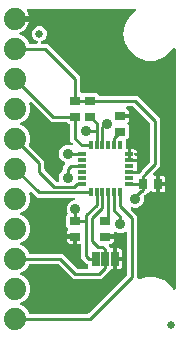
<source format=gbr>
G04 EAGLE Gerber RS-274X export*
G75*
%MOMM*%
%FSLAX34Y34*%
%LPD*%
%INTop Copper*%
%IPPOS*%
%AMOC8*
5,1,8,0,0,1.08239X$1,22.5*%
G01*
%ADD10R,0.800000X0.300000*%
%ADD11R,0.300000X0.800000*%
%ADD12R,0.900000X0.700000*%
%ADD13R,0.700000X0.900000*%
%ADD14C,1.879600*%
%ADD15R,0.635000X1.270000*%
%ADD16C,0.635000*%
%ADD17C,0.254000*%
%ADD18C,0.889000*%

G36*
X147158Y37141D02*
X147158Y37141D01*
X147303Y37150D01*
X147316Y37154D01*
X147329Y37155D01*
X147467Y37203D01*
X147605Y37248D01*
X147617Y37255D01*
X147630Y37259D01*
X147751Y37340D01*
X147874Y37418D01*
X147883Y37428D01*
X147895Y37435D01*
X147992Y37543D01*
X148092Y37649D01*
X148099Y37661D01*
X148108Y37671D01*
X148175Y37801D01*
X148246Y37928D01*
X148249Y37941D01*
X148255Y37953D01*
X148289Y38095D01*
X148325Y38236D01*
X148326Y38254D01*
X148328Y38263D01*
X148328Y38280D01*
X148335Y38397D01*
X148335Y241003D01*
X148317Y241148D01*
X148302Y241293D01*
X148297Y241306D01*
X148295Y241319D01*
X148242Y241454D01*
X148191Y241591D01*
X148183Y241602D01*
X148178Y241615D01*
X148093Y241732D01*
X148010Y241852D01*
X147999Y241861D01*
X147992Y241872D01*
X147880Y241965D01*
X147769Y242060D01*
X147757Y242066D01*
X147747Y242075D01*
X147615Y242137D01*
X147484Y242202D01*
X147471Y242205D01*
X147459Y242210D01*
X147317Y242238D01*
X147173Y242268D01*
X147160Y242268D01*
X147147Y242270D01*
X147002Y242261D01*
X146856Y242255D01*
X146842Y242251D01*
X146829Y242250D01*
X146691Y242206D01*
X146551Y242163D01*
X146539Y242156D01*
X146527Y242152D01*
X146404Y242075D01*
X146279Y241999D01*
X146269Y241989D01*
X146258Y241982D01*
X146158Y241876D01*
X146056Y241772D01*
X146046Y241757D01*
X146040Y241751D01*
X146032Y241736D01*
X145967Y241638D01*
X144585Y239245D01*
X138478Y234120D01*
X130986Y231393D01*
X123014Y231393D01*
X115522Y234120D01*
X109415Y239244D01*
X105429Y246149D01*
X104045Y254000D01*
X105429Y261851D01*
X109415Y268755D01*
X114585Y273094D01*
X114609Y273120D01*
X114638Y273140D01*
X114717Y273236D01*
X114801Y273327D01*
X114818Y273358D01*
X114841Y273385D01*
X114894Y273498D01*
X114953Y273607D01*
X114961Y273641D01*
X114976Y273673D01*
X114999Y273795D01*
X115030Y273915D01*
X115029Y273951D01*
X115036Y273986D01*
X115028Y274109D01*
X115027Y274233D01*
X115018Y274268D01*
X115016Y274303D01*
X114978Y274421D01*
X114946Y274541D01*
X114929Y274572D01*
X114918Y274605D01*
X114852Y274710D01*
X114791Y274819D01*
X114767Y274844D01*
X114748Y274874D01*
X114658Y274959D01*
X114572Y275049D01*
X114542Y275068D01*
X114516Y275092D01*
X114408Y275152D01*
X114303Y275218D01*
X114269Y275229D01*
X114238Y275246D01*
X114118Y275277D01*
X114000Y275314D01*
X113964Y275316D01*
X113930Y275325D01*
X113769Y275335D01*
X23674Y275335D01*
X23635Y275330D01*
X23595Y275333D01*
X23477Y275310D01*
X23359Y275295D01*
X23322Y275281D01*
X23283Y275273D01*
X23174Y275222D01*
X23063Y275178D01*
X23031Y275155D01*
X22995Y275138D01*
X22903Y275062D01*
X22806Y274992D01*
X22780Y274961D01*
X22750Y274936D01*
X22679Y274839D01*
X22603Y274747D01*
X22586Y274711D01*
X22562Y274678D01*
X22518Y274567D01*
X22467Y274459D01*
X22460Y274420D01*
X22445Y274383D01*
X22430Y274264D01*
X22408Y274147D01*
X22410Y274107D01*
X22405Y274067D01*
X22420Y273948D01*
X22427Y273829D01*
X22440Y273791D01*
X22445Y273752D01*
X22488Y273640D01*
X22525Y273527D01*
X22547Y273493D01*
X22561Y273456D01*
X22647Y273320D01*
X22911Y272957D01*
X23764Y271283D01*
X24345Y269496D01*
X24385Y269239D01*
X13970Y269239D01*
X13852Y269224D01*
X13733Y269217D01*
X13695Y269204D01*
X13655Y269199D01*
X13544Y269156D01*
X13431Y269119D01*
X13397Y269097D01*
X13359Y269082D01*
X13263Y269012D01*
X13162Y268949D01*
X13134Y268919D01*
X13102Y268895D01*
X13026Y268804D01*
X12944Y268717D01*
X12925Y268682D01*
X12899Y268651D01*
X12848Y268543D01*
X12791Y268439D01*
X12780Y268399D01*
X12763Y268363D01*
X12741Y268246D01*
X12711Y268131D01*
X12707Y268070D01*
X12703Y268050D01*
X12705Y268030D01*
X12701Y267970D01*
X12701Y265430D01*
X12716Y265312D01*
X12723Y265193D01*
X12736Y265155D01*
X12741Y265114D01*
X12785Y265004D01*
X12821Y264891D01*
X12843Y264856D01*
X12858Y264819D01*
X12928Y264723D01*
X12991Y264622D01*
X13021Y264594D01*
X13045Y264561D01*
X13136Y264486D01*
X13223Y264404D01*
X13258Y264384D01*
X13290Y264359D01*
X13397Y264308D01*
X13502Y264250D01*
X13541Y264240D01*
X13577Y264223D01*
X13694Y264201D01*
X13809Y264171D01*
X13870Y264167D01*
X13890Y264163D01*
X13910Y264165D01*
X13970Y264161D01*
X24385Y264161D01*
X24345Y263904D01*
X23764Y262117D01*
X22911Y260443D01*
X21806Y258922D01*
X20478Y257594D01*
X18957Y256489D01*
X17283Y255636D01*
X16818Y255485D01*
X16791Y255472D01*
X16762Y255465D01*
X16648Y255405D01*
X16530Y255350D01*
X16507Y255331D01*
X16481Y255317D01*
X16385Y255230D01*
X16285Y255147D01*
X16268Y255123D01*
X16246Y255103D01*
X16174Y254994D01*
X16098Y254890D01*
X16087Y254862D01*
X16071Y254837D01*
X16029Y254714D01*
X15981Y254594D01*
X15977Y254564D01*
X15968Y254536D01*
X15957Y254407D01*
X15941Y254279D01*
X15945Y254249D01*
X15942Y254219D01*
X15965Y254091D01*
X15981Y253963D01*
X15992Y253935D01*
X15997Y253906D01*
X16050Y253788D01*
X16098Y253667D01*
X16115Y253643D01*
X16127Y253616D01*
X16208Y253515D01*
X16284Y253410D01*
X16307Y253391D01*
X16326Y253367D01*
X16430Y253289D01*
X16529Y253207D01*
X16556Y253194D01*
X16580Y253176D01*
X16725Y253105D01*
X19750Y251852D01*
X23252Y248350D01*
X24059Y246402D01*
X24073Y246377D01*
X24083Y246349D01*
X24152Y246239D01*
X24216Y246126D01*
X24237Y246105D01*
X24253Y246080D01*
X24347Y245991D01*
X24438Y245898D01*
X24463Y245882D01*
X24484Y245862D01*
X24598Y245799D01*
X24709Y245731D01*
X24737Y245723D01*
X24763Y245708D01*
X24889Y245676D01*
X25013Y245638D01*
X25042Y245636D01*
X25071Y245629D01*
X25231Y245619D01*
X30610Y245619D01*
X30679Y245627D01*
X30749Y245626D01*
X30836Y245647D01*
X30925Y245659D01*
X30990Y245684D01*
X31058Y245701D01*
X31138Y245743D01*
X31221Y245776D01*
X31277Y245817D01*
X31339Y245849D01*
X31406Y245910D01*
X31478Y245962D01*
X31523Y246016D01*
X31575Y246063D01*
X31624Y246138D01*
X31681Y246207D01*
X31711Y246271D01*
X31749Y246329D01*
X31779Y246414D01*
X31817Y246495D01*
X31830Y246564D01*
X31853Y246630D01*
X31860Y246719D01*
X31877Y246807D01*
X31872Y246877D01*
X31878Y246947D01*
X31862Y247035D01*
X31857Y247125D01*
X31835Y247191D01*
X31823Y247260D01*
X31786Y247342D01*
X31759Y247427D01*
X31721Y247486D01*
X31693Y247550D01*
X31637Y247620D01*
X31589Y247696D01*
X31538Y247744D01*
X31494Y247798D01*
X31422Y247853D01*
X31357Y247914D01*
X31296Y247948D01*
X31240Y247990D01*
X31096Y248061D01*
X29495Y248724D01*
X27744Y250475D01*
X26796Y252762D01*
X26796Y255238D01*
X27744Y257525D01*
X29495Y259276D01*
X31782Y260224D01*
X34258Y260224D01*
X36545Y259276D01*
X38296Y257525D01*
X39244Y255238D01*
X39244Y252762D01*
X38296Y250475D01*
X36545Y248724D01*
X34944Y248061D01*
X34884Y248026D01*
X34819Y248000D01*
X34746Y247948D01*
X34668Y247903D01*
X34618Y247855D01*
X34562Y247814D01*
X34504Y247744D01*
X34440Y247682D01*
X34403Y247622D01*
X34359Y247569D01*
X34320Y247487D01*
X34274Y247411D01*
X34253Y247344D01*
X34223Y247281D01*
X34206Y247193D01*
X34180Y247107D01*
X34177Y247037D01*
X34163Y246968D01*
X34169Y246879D01*
X34165Y246789D01*
X34179Y246721D01*
X34183Y246651D01*
X34211Y246566D01*
X34229Y246478D01*
X34260Y246415D01*
X34281Y246349D01*
X34329Y246273D01*
X34369Y246192D01*
X34414Y246139D01*
X34451Y246080D01*
X34517Y246018D01*
X34575Y245950D01*
X34632Y245910D01*
X34683Y245862D01*
X34762Y245819D01*
X34835Y245767D01*
X34900Y245742D01*
X34962Y245708D01*
X35048Y245686D01*
X35133Y245654D01*
X35202Y245646D01*
X35269Y245629D01*
X35430Y245619D01*
X39889Y245619D01*
X67819Y217689D01*
X67819Y204818D01*
X67834Y204700D01*
X67841Y204581D01*
X67854Y204543D01*
X67859Y204502D01*
X67902Y204392D01*
X67939Y204279D01*
X67961Y204244D01*
X67976Y204207D01*
X68045Y204111D01*
X68109Y204010D01*
X68139Y203982D01*
X68162Y203949D01*
X68254Y203873D01*
X68341Y203792D01*
X68376Y203772D01*
X68407Y203747D01*
X68515Y203696D01*
X68619Y203638D01*
X68659Y203628D01*
X68695Y203611D01*
X68812Y203589D01*
X68927Y203559D01*
X68987Y203555D01*
X69007Y203551D01*
X69028Y203553D01*
X69088Y203549D01*
X69470Y203549D01*
X69495Y203538D01*
X69613Y203519D01*
X69729Y203493D01*
X69770Y203494D01*
X69809Y203488D01*
X69928Y203499D01*
X70047Y203503D01*
X70086Y203514D01*
X70126Y203518D01*
X70213Y203549D01*
X81963Y203549D01*
X83971Y201540D01*
X84049Y201480D01*
X84121Y201412D01*
X84174Y201383D01*
X84222Y201346D01*
X84313Y201306D01*
X84400Y201258D01*
X84459Y201243D01*
X84514Y201219D01*
X84612Y201204D01*
X84708Y201179D01*
X84808Y201173D01*
X84828Y201169D01*
X84841Y201171D01*
X84869Y201169D01*
X116089Y201169D01*
X135129Y182129D01*
X135129Y141721D01*
X132227Y138820D01*
X129615Y136207D01*
X129530Y136098D01*
X129441Y135991D01*
X129433Y135972D01*
X129420Y135956D01*
X129365Y135828D01*
X129306Y135703D01*
X129302Y135683D01*
X129294Y135664D01*
X129272Y135526D01*
X129246Y135390D01*
X129247Y135370D01*
X129244Y135350D01*
X129257Y135211D01*
X129266Y135073D01*
X129272Y135054D01*
X129274Y135034D01*
X129321Y134902D01*
X129364Y134771D01*
X129374Y134753D01*
X129381Y134734D01*
X129459Y134619D01*
X129534Y134502D01*
X129549Y134488D01*
X129560Y134471D01*
X129664Y134379D01*
X129765Y134284D01*
X129783Y134274D01*
X129798Y134261D01*
X129922Y134197D01*
X130044Y134130D01*
X130064Y134125D01*
X130082Y134116D01*
X130217Y134086D01*
X130352Y134051D01*
X130380Y134049D01*
X130392Y134046D01*
X130412Y134047D01*
X130513Y134041D01*
X131751Y134041D01*
X131751Y127480D01*
X131766Y127362D01*
X131773Y127243D01*
X131785Y127205D01*
X131791Y127165D01*
X131834Y127054D01*
X131850Y127006D01*
X131840Y126988D01*
X131830Y126949D01*
X131813Y126913D01*
X131791Y126796D01*
X131761Y126680D01*
X131757Y126620D01*
X131753Y126600D01*
X131755Y126580D01*
X131751Y126520D01*
X131751Y119959D01*
X129666Y119959D01*
X129019Y120132D01*
X128440Y120467D01*
X128257Y120650D01*
X128163Y120723D01*
X128073Y120802D01*
X128037Y120820D01*
X128005Y120845D01*
X127896Y120892D01*
X127790Y120947D01*
X127751Y120955D01*
X127714Y120971D01*
X127596Y120990D01*
X127480Y121016D01*
X127439Y121015D01*
X127399Y121021D01*
X127281Y121010D01*
X127162Y121007D01*
X127123Y120995D01*
X127083Y120991D01*
X126971Y120951D01*
X126856Y120918D01*
X126822Y120898D01*
X126784Y120884D01*
X126685Y120817D01*
X126583Y120757D01*
X126537Y120717D01*
X126520Y120705D01*
X126507Y120690D01*
X126462Y120650D01*
X125263Y119451D01*
X124815Y119451D01*
X124716Y119439D01*
X124617Y119436D01*
X124559Y119419D01*
X124499Y119411D01*
X124407Y119375D01*
X124312Y119347D01*
X124260Y119317D01*
X124203Y119294D01*
X124123Y119236D01*
X124038Y119186D01*
X123963Y119120D01*
X123946Y119108D01*
X123938Y119098D01*
X123917Y119080D01*
X122052Y117214D01*
X122034Y117191D01*
X122011Y117172D01*
X121937Y117066D01*
X121857Y116963D01*
X121845Y116936D01*
X121828Y116912D01*
X121782Y116791D01*
X121731Y116671D01*
X121726Y116642D01*
X121716Y116614D01*
X121701Y116486D01*
X121681Y116357D01*
X121684Y116328D01*
X121680Y116298D01*
X121699Y116170D01*
X121711Y116041D01*
X121721Y116013D01*
X121725Y115984D01*
X121777Y115831D01*
X121794Y115791D01*
X121794Y112809D01*
X120653Y110055D01*
X118545Y107947D01*
X115791Y106806D01*
X112809Y106806D01*
X111948Y107163D01*
X111880Y107182D01*
X111816Y107209D01*
X111728Y107223D01*
X111641Y107247D01*
X111571Y107248D01*
X111502Y107259D01*
X111413Y107251D01*
X111323Y107252D01*
X111255Y107236D01*
X111185Y107229D01*
X111101Y107199D01*
X111014Y107178D01*
X110952Y107145D01*
X110886Y107122D01*
X110812Y107071D01*
X110733Y107029D01*
X110681Y106982D01*
X110623Y106943D01*
X110564Y106876D01*
X110497Y106815D01*
X110459Y106757D01*
X110413Y106705D01*
X110372Y106625D01*
X110323Y106550D01*
X110300Y106483D01*
X110268Y106421D01*
X110248Y106334D01*
X110219Y106249D01*
X110214Y106179D01*
X110199Y106111D01*
X110201Y106021D01*
X110194Y105932D01*
X110206Y105863D01*
X110208Y105793D01*
X110233Y105707D01*
X110249Y105619D01*
X110277Y105555D01*
X110297Y105488D01*
X110342Y105410D01*
X110379Y105329D01*
X110423Y105274D01*
X110458Y105214D01*
X110565Y105093D01*
X110637Y105020D01*
X116079Y99579D01*
X116079Y47295D01*
X116081Y47273D01*
X116079Y47252D01*
X116101Y47116D01*
X116119Y46980D01*
X116127Y46959D01*
X116130Y46938D01*
X116185Y46811D01*
X116236Y46684D01*
X116248Y46666D01*
X116257Y46646D01*
X116342Y46538D01*
X116422Y46427D01*
X116439Y46413D01*
X116453Y46395D01*
X116562Y46312D01*
X116667Y46224D01*
X116687Y46214D01*
X116705Y46201D01*
X116831Y46147D01*
X116955Y46088D01*
X116977Y46084D01*
X116997Y46076D01*
X117133Y46054D01*
X117267Y46029D01*
X117289Y46030D01*
X117311Y46027D01*
X117448Y46040D01*
X117585Y46048D01*
X117606Y46055D01*
X117628Y46057D01*
X117782Y46103D01*
X123014Y48007D01*
X130986Y48007D01*
X138478Y45280D01*
X144585Y40156D01*
X145967Y37762D01*
X146055Y37646D01*
X146140Y37528D01*
X146151Y37519D01*
X146159Y37509D01*
X146273Y37418D01*
X146385Y37325D01*
X146398Y37319D01*
X146408Y37311D01*
X146542Y37251D01*
X146673Y37190D01*
X146686Y37187D01*
X146699Y37182D01*
X146843Y37157D01*
X146986Y37130D01*
X146999Y37131D01*
X147012Y37128D01*
X147158Y37141D01*
G37*
G36*
X73984Y17031D02*
X73984Y17031D01*
X74083Y17034D01*
X74141Y17051D01*
X74201Y17059D01*
X74293Y17095D01*
X74388Y17123D01*
X74440Y17153D01*
X74497Y17176D01*
X74577Y17234D01*
X74662Y17284D01*
X74737Y17350D01*
X74754Y17362D01*
X74762Y17372D01*
X74783Y17390D01*
X107070Y49677D01*
X107130Y49755D01*
X107198Y49828D01*
X107227Y49881D01*
X107264Y49928D01*
X107304Y50019D01*
X107352Y50106D01*
X107367Y50165D01*
X107391Y50220D01*
X107406Y50318D01*
X107431Y50414D01*
X107437Y50514D01*
X107441Y50534D01*
X107439Y50547D01*
X107441Y50575D01*
X107441Y85119D01*
X107435Y85168D01*
X107437Y85218D01*
X107415Y85325D01*
X107401Y85434D01*
X107383Y85481D01*
X107373Y85529D01*
X107325Y85628D01*
X107284Y85730D01*
X107255Y85770D01*
X107233Y85815D01*
X107162Y85898D01*
X107098Y85987D01*
X107059Y86019D01*
X107027Y86057D01*
X106937Y86120D01*
X106853Y86190D01*
X106808Y86211D01*
X106767Y86240D01*
X106664Y86279D01*
X106565Y86326D01*
X106516Y86335D01*
X106470Y86353D01*
X106360Y86365D01*
X106253Y86386D01*
X106203Y86382D01*
X106154Y86388D01*
X106045Y86373D01*
X105935Y86366D01*
X105888Y86350D01*
X105839Y86344D01*
X105686Y86291D01*
X103091Y85216D01*
X100109Y85216D01*
X97696Y86216D01*
X97648Y86229D01*
X97603Y86250D01*
X97495Y86271D01*
X97389Y86300D01*
X97339Y86301D01*
X97290Y86310D01*
X97181Y86303D01*
X97071Y86305D01*
X97023Y86293D01*
X96973Y86290D01*
X96869Y86257D01*
X96762Y86231D01*
X96718Y86208D01*
X96671Y86192D01*
X96578Y86134D01*
X96481Y86082D01*
X96444Y86049D01*
X96402Y86022D01*
X96327Y85942D01*
X96245Y85868D01*
X96218Y85827D01*
X96184Y85791D01*
X96131Y85694D01*
X96071Y85603D01*
X96054Y85556D01*
X96030Y85512D01*
X96003Y85406D01*
X95967Y85302D01*
X95963Y85252D01*
X95951Y85204D01*
X95941Y85043D01*
X95941Y84149D01*
X89380Y84149D01*
X89262Y84134D01*
X89143Y84127D01*
X89105Y84114D01*
X89065Y84109D01*
X88954Y84066D01*
X88841Y84029D01*
X88807Y84007D01*
X88769Y83992D01*
X88673Y83923D01*
X88572Y83859D01*
X88544Y83829D01*
X88512Y83806D01*
X88436Y83714D01*
X88354Y83627D01*
X88335Y83592D01*
X88309Y83561D01*
X88258Y83453D01*
X88201Y83349D01*
X88191Y83309D01*
X88173Y83273D01*
X88151Y83156D01*
X88121Y83041D01*
X88117Y82981D01*
X88114Y82961D01*
X88115Y82940D01*
X88111Y82880D01*
X88111Y81920D01*
X88126Y81802D01*
X88133Y81683D01*
X88146Y81645D01*
X88151Y81604D01*
X88195Y81494D01*
X88231Y81381D01*
X88253Y81346D01*
X88268Y81309D01*
X88338Y81212D01*
X88401Y81112D01*
X88431Y81084D01*
X88455Y81051D01*
X88546Y80975D01*
X88633Y80894D01*
X88668Y80874D01*
X88700Y80849D01*
X88807Y80798D01*
X88912Y80740D01*
X88951Y80730D01*
X88987Y80713D01*
X89104Y80691D01*
X89220Y80661D01*
X89280Y80657D01*
X89300Y80653D01*
X89320Y80655D01*
X89380Y80651D01*
X95941Y80651D01*
X95941Y78566D01*
X95768Y77919D01*
X95433Y77340D01*
X94960Y76867D01*
X94381Y76532D01*
X93734Y76359D01*
X92833Y76359D01*
X92695Y76342D01*
X92556Y76329D01*
X92537Y76322D01*
X92517Y76319D01*
X92388Y76268D01*
X92257Y76221D01*
X92240Y76210D01*
X92221Y76202D01*
X92109Y76121D01*
X91994Y76043D01*
X91980Y76027D01*
X91964Y76016D01*
X91875Y75908D01*
X91783Y75804D01*
X91774Y75786D01*
X91761Y75771D01*
X91702Y75645D01*
X91639Y75521D01*
X91634Y75501D01*
X91626Y75483D01*
X91600Y75347D01*
X91569Y75211D01*
X91570Y75190D01*
X91566Y75171D01*
X91575Y75032D01*
X91579Y74893D01*
X91584Y74873D01*
X91586Y74853D01*
X91628Y74721D01*
X91667Y74587D01*
X91677Y74570D01*
X91684Y74551D01*
X91758Y74433D01*
X91829Y74313D01*
X91847Y74292D01*
X91854Y74282D01*
X91869Y74268D01*
X91935Y74192D01*
X92321Y73807D01*
X92857Y73271D01*
X92935Y73210D01*
X93007Y73142D01*
X93061Y73113D01*
X93108Y73076D01*
X93199Y73036D01*
X93202Y73035D01*
X93474Y72762D01*
X93552Y72702D01*
X93624Y72634D01*
X93677Y72605D01*
X93725Y72568D01*
X93816Y72528D01*
X93903Y72480D01*
X93962Y72465D01*
X94017Y72441D01*
X94115Y72426D01*
X94211Y72401D01*
X94311Y72395D01*
X94331Y72391D01*
X94344Y72393D01*
X94372Y72391D01*
X95441Y72391D01*
X95441Y63818D01*
X95456Y63699D01*
X95464Y63581D01*
X95476Y63542D01*
X95481Y63502D01*
X95487Y63488D01*
X95481Y63458D01*
X95451Y63343D01*
X95448Y63283D01*
X95444Y63263D01*
X95445Y63242D01*
X95441Y63182D01*
X95441Y54609D01*
X94372Y54609D01*
X94273Y54597D01*
X94174Y54594D01*
X94116Y54577D01*
X94056Y54569D01*
X93964Y54533D01*
X93869Y54505D01*
X93817Y54475D01*
X93760Y54452D01*
X93680Y54394D01*
X93595Y54344D01*
X93520Y54278D01*
X93503Y54266D01*
X93495Y54256D01*
X93474Y54238D01*
X93208Y53972D01*
X93200Y53967D01*
X93143Y53944D01*
X93063Y53886D01*
X92978Y53836D01*
X92903Y53770D01*
X92886Y53758D01*
X92878Y53748D01*
X92857Y53730D01*
X85609Y46481D01*
X61711Y46481D01*
X49383Y58810D01*
X49305Y58870D01*
X49232Y58938D01*
X49179Y58967D01*
X49132Y59004D01*
X49041Y59044D01*
X48954Y59092D01*
X48895Y59107D01*
X48840Y59131D01*
X48742Y59146D01*
X48646Y59171D01*
X48546Y59177D01*
X48526Y59181D01*
X48513Y59179D01*
X48485Y59181D01*
X25231Y59181D01*
X25202Y59178D01*
X25173Y59180D01*
X25045Y59158D01*
X24916Y59141D01*
X24889Y59131D01*
X24859Y59126D01*
X24741Y59072D01*
X24620Y59024D01*
X24596Y59007D01*
X24569Y58995D01*
X24468Y58914D01*
X24363Y58838D01*
X24344Y58815D01*
X24321Y58796D01*
X24243Y58693D01*
X24160Y58593D01*
X24147Y58566D01*
X24130Y58542D01*
X24059Y58398D01*
X23252Y56450D01*
X19750Y52948D01*
X17395Y51973D01*
X17275Y51904D01*
X17152Y51839D01*
X17137Y51825D01*
X17119Y51815D01*
X17019Y51718D01*
X16916Y51625D01*
X16905Y51608D01*
X16891Y51594D01*
X16818Y51475D01*
X16742Y51359D01*
X16735Y51340D01*
X16724Y51323D01*
X16684Y51190D01*
X16638Y51058D01*
X16637Y51038D01*
X16631Y51019D01*
X16624Y50880D01*
X16613Y50741D01*
X16617Y50721D01*
X16616Y50701D01*
X16644Y50565D01*
X16668Y50428D01*
X16676Y50409D01*
X16680Y50390D01*
X16741Y50264D01*
X16798Y50138D01*
X16811Y50122D01*
X16820Y50104D01*
X16910Y49998D01*
X16997Y49890D01*
X17013Y49877D01*
X17026Y49862D01*
X17140Y49782D01*
X17251Y49698D01*
X17276Y49686D01*
X17286Y49679D01*
X17305Y49672D01*
X17395Y49627D01*
X19750Y48652D01*
X23252Y45150D01*
X25147Y40576D01*
X25147Y35624D01*
X23252Y31050D01*
X19750Y27548D01*
X17395Y26573D01*
X17275Y26504D01*
X17152Y26439D01*
X17137Y26425D01*
X17119Y26415D01*
X17019Y26318D01*
X16916Y26225D01*
X16905Y26208D01*
X16891Y26194D01*
X16818Y26075D01*
X16742Y25959D01*
X16735Y25940D01*
X16724Y25923D01*
X16684Y25790D01*
X16638Y25658D01*
X16637Y25638D01*
X16631Y25619D01*
X16624Y25480D01*
X16613Y25341D01*
X16617Y25321D01*
X16616Y25301D01*
X16644Y25165D01*
X16668Y25028D01*
X16676Y25009D01*
X16680Y24990D01*
X16741Y24864D01*
X16798Y24738D01*
X16811Y24722D01*
X16820Y24704D01*
X16910Y24598D01*
X16997Y24490D01*
X17013Y24477D01*
X17026Y24462D01*
X17140Y24382D01*
X17251Y24298D01*
X17276Y24286D01*
X17286Y24279D01*
X17305Y24272D01*
X17395Y24227D01*
X19750Y23252D01*
X23252Y19750D01*
X24059Y17802D01*
X24073Y17777D01*
X24083Y17749D01*
X24152Y17639D01*
X24216Y17526D01*
X24237Y17505D01*
X24253Y17480D01*
X24347Y17391D01*
X24438Y17298D01*
X24463Y17282D01*
X24484Y17262D01*
X24598Y17199D01*
X24709Y17131D01*
X24737Y17123D01*
X24763Y17108D01*
X24889Y17076D01*
X25013Y17038D01*
X25042Y17036D01*
X25071Y17029D01*
X25231Y17019D01*
X73885Y17019D01*
X73984Y17031D01*
G37*
G36*
X73397Y55134D02*
X73397Y55134D01*
X73516Y55141D01*
X73554Y55154D01*
X73595Y55159D01*
X73705Y55202D01*
X73818Y55239D01*
X73853Y55261D01*
X73890Y55276D01*
X73986Y55345D01*
X74087Y55409D01*
X74115Y55439D01*
X74148Y55462D01*
X74224Y55554D01*
X74305Y55641D01*
X74325Y55676D01*
X74350Y55707D01*
X74401Y55815D01*
X74459Y55919D01*
X74469Y55959D01*
X74486Y55995D01*
X74508Y56112D01*
X74538Y56227D01*
X74542Y56287D01*
X74546Y56307D01*
X74544Y56328D01*
X74548Y56388D01*
X74548Y57912D01*
X74533Y58030D01*
X74526Y58149D01*
X74513Y58187D01*
X74508Y58228D01*
X74465Y58338D01*
X74428Y58451D01*
X74406Y58486D01*
X74391Y58523D01*
X74322Y58619D01*
X74258Y58720D01*
X74228Y58748D01*
X74205Y58781D01*
X74113Y58857D01*
X74026Y58938D01*
X73991Y58958D01*
X73960Y58983D01*
X73852Y59034D01*
X73748Y59092D01*
X73708Y59102D01*
X73672Y59119D01*
X73555Y59141D01*
X73440Y59171D01*
X73380Y59175D01*
X73360Y59179D01*
X73339Y59177D01*
X73279Y59181D01*
X73141Y59181D01*
X68071Y64251D01*
X68071Y75090D01*
X68056Y75208D01*
X68049Y75327D01*
X68036Y75365D01*
X68031Y75406D01*
X67988Y75516D01*
X67951Y75629D01*
X67929Y75664D01*
X67914Y75701D01*
X67845Y75797D01*
X67781Y75898D01*
X67751Y75926D01*
X67728Y75959D01*
X67636Y76035D01*
X67549Y76116D01*
X67514Y76136D01*
X67483Y76161D01*
X67375Y76212D01*
X67271Y76270D01*
X67231Y76280D01*
X67195Y76297D01*
X67078Y76319D01*
X66963Y76349D01*
X66903Y76353D01*
X66883Y76357D01*
X66862Y76355D01*
X66802Y76359D01*
X65249Y76359D01*
X65249Y81920D01*
X65234Y82038D01*
X65227Y82157D01*
X65214Y82195D01*
X65209Y82235D01*
X65166Y82346D01*
X65129Y82459D01*
X65107Y82493D01*
X65092Y82531D01*
X65023Y82627D01*
X64959Y82728D01*
X64929Y82756D01*
X64906Y82788D01*
X64814Y82864D01*
X64727Y82946D01*
X64692Y82965D01*
X64661Y82991D01*
X64553Y83042D01*
X64449Y83099D01*
X64409Y83109D01*
X64373Y83127D01*
X64256Y83149D01*
X64254Y83155D01*
X64249Y83196D01*
X64205Y83306D01*
X64169Y83419D01*
X64147Y83454D01*
X64132Y83491D01*
X64062Y83587D01*
X63999Y83688D01*
X63969Y83716D01*
X63945Y83749D01*
X63854Y83825D01*
X63767Y83906D01*
X63732Y83926D01*
X63700Y83951D01*
X63593Y84002D01*
X63488Y84060D01*
X63449Y84070D01*
X63413Y84087D01*
X63296Y84109D01*
X63180Y84139D01*
X63120Y84143D01*
X63100Y84147D01*
X63080Y84145D01*
X63020Y84149D01*
X56459Y84149D01*
X56459Y86234D01*
X56632Y86881D01*
X56967Y87460D01*
X57150Y87643D01*
X57223Y87737D01*
X57302Y87827D01*
X57320Y87863D01*
X57345Y87895D01*
X57392Y88004D01*
X57447Y88110D01*
X57455Y88149D01*
X57471Y88186D01*
X57490Y88304D01*
X57516Y88420D01*
X57515Y88461D01*
X57521Y88501D01*
X57510Y88619D01*
X57507Y88738D01*
X57495Y88777D01*
X57491Y88817D01*
X57451Y88929D01*
X57418Y89044D01*
X57398Y89078D01*
X57384Y89116D01*
X57317Y89215D01*
X57257Y89317D01*
X57217Y89363D01*
X57205Y89380D01*
X57190Y89393D01*
X57150Y89438D01*
X55951Y90637D01*
X55951Y100163D01*
X56491Y100702D01*
X56509Y100726D01*
X56531Y100745D01*
X56606Y100851D01*
X56686Y100954D01*
X56697Y100981D01*
X56714Y101005D01*
X56760Y101126D01*
X56812Y101245D01*
X56817Y101275D01*
X56827Y101302D01*
X56842Y101431D01*
X56862Y101560D01*
X56859Y101589D01*
X56862Y101618D01*
X56844Y101747D01*
X56832Y101876D01*
X56822Y101904D01*
X56818Y101933D01*
X56766Y102086D01*
X56006Y103919D01*
X56006Y106901D01*
X57147Y109655D01*
X59255Y111763D01*
X62096Y112939D01*
X62156Y112974D01*
X62221Y113000D01*
X62294Y113052D01*
X62372Y113097D01*
X62422Y113146D01*
X62478Y113186D01*
X62536Y113256D01*
X62600Y113318D01*
X62637Y113378D01*
X62681Y113431D01*
X62719Y113513D01*
X62766Y113589D01*
X62787Y113656D01*
X62817Y113719D01*
X62834Y113807D01*
X62860Y113893D01*
X62863Y113963D01*
X62876Y114032D01*
X62871Y114121D01*
X62875Y114211D01*
X62861Y114279D01*
X62857Y114349D01*
X62829Y114434D01*
X62811Y114522D01*
X62780Y114585D01*
X62759Y114651D01*
X62711Y114727D01*
X62671Y114808D01*
X62626Y114861D01*
X62589Y114920D01*
X62523Y114982D01*
X62465Y115050D01*
X62408Y115090D01*
X62357Y115138D01*
X62278Y115181D01*
X62205Y115233D01*
X62139Y115258D01*
X62078Y115292D01*
X61992Y115314D01*
X61907Y115346D01*
X61838Y115354D01*
X61770Y115371D01*
X61610Y115381D01*
X30911Y115381D01*
X26569Y119724D01*
X26514Y119766D01*
X26465Y119816D01*
X26389Y119863D01*
X26318Y119919D01*
X26253Y119946D01*
X26194Y119983D01*
X26108Y120009D01*
X26026Y120045D01*
X25957Y120056D01*
X25890Y120076D01*
X25801Y120081D01*
X25712Y120095D01*
X25642Y120088D01*
X25572Y120091D01*
X25485Y120073D01*
X25395Y120065D01*
X25329Y120041D01*
X25261Y120027D01*
X25180Y119988D01*
X25096Y119957D01*
X25038Y119918D01*
X24975Y119887D01*
X24907Y119829D01*
X24833Y119779D01*
X24786Y119726D01*
X24733Y119681D01*
X24682Y119608D01*
X24622Y119540D01*
X24590Y119478D01*
X24550Y119421D01*
X24518Y119337D01*
X24477Y119257D01*
X24462Y119189D01*
X24437Y119124D01*
X24427Y119034D01*
X24408Y118947D01*
X24410Y118877D01*
X24402Y118808D01*
X24415Y118719D01*
X24417Y118629D01*
X24437Y118562D01*
X24447Y118493D01*
X24499Y118340D01*
X25147Y116776D01*
X25147Y111824D01*
X23252Y107250D01*
X19750Y103748D01*
X17395Y102773D01*
X17275Y102704D01*
X17152Y102639D01*
X17137Y102625D01*
X17119Y102615D01*
X17019Y102518D01*
X16916Y102425D01*
X16905Y102408D01*
X16891Y102394D01*
X16818Y102275D01*
X16742Y102159D01*
X16735Y102140D01*
X16724Y102123D01*
X16684Y101990D01*
X16638Y101858D01*
X16637Y101838D01*
X16631Y101819D01*
X16624Y101680D01*
X16613Y101541D01*
X16617Y101521D01*
X16616Y101501D01*
X16644Y101365D01*
X16668Y101228D01*
X16676Y101209D01*
X16680Y101190D01*
X16741Y101064D01*
X16798Y100938D01*
X16811Y100922D01*
X16820Y100904D01*
X16910Y100798D01*
X16997Y100690D01*
X17013Y100677D01*
X17026Y100662D01*
X17140Y100582D01*
X17251Y100498D01*
X17276Y100486D01*
X17286Y100479D01*
X17305Y100472D01*
X17395Y100427D01*
X19750Y99452D01*
X23252Y95950D01*
X25147Y91376D01*
X25147Y86424D01*
X23252Y81850D01*
X19750Y78348D01*
X17395Y77373D01*
X17275Y77304D01*
X17152Y77239D01*
X17137Y77225D01*
X17119Y77215D01*
X17019Y77118D01*
X16916Y77025D01*
X16905Y77008D01*
X16891Y76994D01*
X16818Y76875D01*
X16742Y76759D01*
X16735Y76740D01*
X16724Y76723D01*
X16684Y76590D01*
X16638Y76458D01*
X16637Y76438D01*
X16631Y76419D01*
X16624Y76280D01*
X16613Y76141D01*
X16617Y76121D01*
X16616Y76101D01*
X16644Y75965D01*
X16668Y75828D01*
X16676Y75809D01*
X16680Y75790D01*
X16741Y75664D01*
X16798Y75538D01*
X16811Y75522D01*
X16820Y75504D01*
X16910Y75398D01*
X16997Y75290D01*
X17013Y75277D01*
X17026Y75262D01*
X17140Y75182D01*
X17251Y75098D01*
X17276Y75086D01*
X17286Y75079D01*
X17305Y75072D01*
X17395Y75027D01*
X19750Y74052D01*
X23252Y70550D01*
X24059Y68602D01*
X24073Y68577D01*
X24083Y68549D01*
X24152Y68439D01*
X24216Y68326D01*
X24237Y68305D01*
X24253Y68280D01*
X24347Y68191D01*
X24438Y68098D01*
X24463Y68082D01*
X24484Y68062D01*
X24598Y67999D01*
X24709Y67931D01*
X24737Y67923D01*
X24763Y67908D01*
X24889Y67876D01*
X25013Y67838D01*
X25042Y67836D01*
X25071Y67829D01*
X25231Y67819D01*
X52589Y67819D01*
X64917Y55490D01*
X64995Y55430D01*
X65068Y55362D01*
X65121Y55333D01*
X65168Y55296D01*
X65259Y55256D01*
X65346Y55208D01*
X65405Y55193D01*
X65460Y55169D01*
X65558Y55154D01*
X65654Y55129D01*
X65754Y55123D01*
X65774Y55119D01*
X65787Y55121D01*
X65815Y55119D01*
X73279Y55119D01*
X73397Y55134D01*
G37*
G36*
X48661Y128785D02*
X48661Y128785D01*
X48711Y128783D01*
X48818Y128805D01*
X48927Y128819D01*
X48974Y128837D01*
X49022Y128847D01*
X49121Y128895D01*
X49223Y128936D01*
X49263Y128965D01*
X49308Y128987D01*
X49392Y129058D01*
X49480Y129122D01*
X49512Y129161D01*
X49550Y129193D01*
X49613Y129283D01*
X49683Y129367D01*
X49704Y129412D01*
X49733Y129453D01*
X49772Y129556D01*
X49819Y129655D01*
X49828Y129704D01*
X49846Y129750D01*
X49858Y129860D01*
X49879Y129967D01*
X49876Y130017D01*
X49881Y130066D01*
X49866Y130175D01*
X49859Y130285D01*
X49844Y130332D01*
X49837Y130381D01*
X49785Y130534D01*
X49656Y130843D01*
X49656Y133825D01*
X50797Y136579D01*
X52460Y138241D01*
X52520Y138320D01*
X52588Y138392D01*
X52617Y138445D01*
X52654Y138493D01*
X52694Y138583D01*
X52742Y138670D01*
X52757Y138729D01*
X52781Y138784D01*
X52796Y138882D01*
X52821Y138978D01*
X52827Y139078D01*
X52831Y139098D01*
X52829Y139111D01*
X52831Y139139D01*
X52831Y141489D01*
X54733Y143390D01*
X54763Y143430D01*
X54800Y143463D01*
X54860Y143555D01*
X54928Y143642D01*
X54948Y143687D01*
X54975Y143729D01*
X55011Y143833D01*
X55054Y143934D01*
X55062Y143983D01*
X55078Y144030D01*
X55087Y144139D01*
X55104Y144248D01*
X55099Y144297D01*
X55103Y144347D01*
X55085Y144455D01*
X55074Y144564D01*
X55057Y144611D01*
X55049Y144660D01*
X55004Y144760D01*
X54967Y144864D01*
X54939Y144905D01*
X54918Y144950D01*
X54850Y145036D01*
X54788Y145127D01*
X54751Y145160D01*
X54720Y145198D01*
X54632Y145264D01*
X54550Y145337D01*
X54505Y145360D01*
X54466Y145390D01*
X54321Y145461D01*
X52905Y146047D01*
X50797Y148155D01*
X49656Y150909D01*
X49656Y153891D01*
X50797Y156645D01*
X52905Y158753D01*
X55659Y159894D01*
X58641Y159894D01*
X59502Y159537D01*
X59569Y159518D01*
X59634Y159491D01*
X59722Y159477D01*
X59809Y159453D01*
X59879Y159452D01*
X59948Y159441D01*
X60037Y159449D01*
X60127Y159448D01*
X60195Y159464D01*
X60264Y159471D01*
X60349Y159501D01*
X60436Y159522D01*
X60498Y159555D01*
X60564Y159578D01*
X60638Y159629D01*
X60717Y159671D01*
X60769Y159718D01*
X60827Y159757D01*
X60886Y159824D01*
X60953Y159885D01*
X60991Y159943D01*
X61037Y159995D01*
X61078Y160075D01*
X61127Y160150D01*
X61150Y160216D01*
X61182Y160279D01*
X61201Y160366D01*
X61231Y160451D01*
X61236Y160521D01*
X61251Y160589D01*
X61249Y160679D01*
X61256Y160768D01*
X61244Y160837D01*
X61242Y160907D01*
X61217Y160993D01*
X61201Y161082D01*
X61173Y161145D01*
X61153Y161212D01*
X61108Y161290D01*
X61071Y161372D01*
X61027Y161426D01*
X60992Y161486D01*
X60885Y161607D01*
X59181Y163311D01*
X59181Y176182D01*
X59166Y176300D01*
X59159Y176419D01*
X59146Y176457D01*
X59141Y176498D01*
X59098Y176608D01*
X59061Y176721D01*
X59039Y176756D01*
X59024Y176793D01*
X58955Y176889D01*
X58891Y176990D01*
X58861Y177018D01*
X58838Y177051D01*
X58746Y177127D01*
X58659Y177208D01*
X58624Y177228D01*
X58593Y177253D01*
X58485Y177304D01*
X58381Y177362D01*
X58341Y177372D01*
X58305Y177389D01*
X58188Y177411D01*
X58073Y177441D01*
X58013Y177445D01*
X57993Y177449D01*
X57972Y177447D01*
X57912Y177451D01*
X57737Y177451D01*
X55879Y179310D01*
X55801Y179370D01*
X55729Y179438D01*
X55676Y179467D01*
X55628Y179504D01*
X55537Y179544D01*
X55450Y179592D01*
X55392Y179607D01*
X55336Y179631D01*
X55238Y179646D01*
X55142Y179671D01*
X55042Y179677D01*
X55022Y179681D01*
X55009Y179679D01*
X54981Y179681D01*
X42811Y179681D01*
X26569Y195924D01*
X26514Y195966D01*
X26465Y196017D01*
X26389Y196063D01*
X26318Y196119D01*
X26253Y196146D01*
X26194Y196183D01*
X26108Y196209D01*
X26026Y196245D01*
X25957Y196256D01*
X25890Y196276D01*
X25801Y196281D01*
X25712Y196295D01*
X25642Y196288D01*
X25572Y196291D01*
X25485Y196273D01*
X25395Y196265D01*
X25329Y196241D01*
X25261Y196227D01*
X25180Y196188D01*
X25096Y196157D01*
X25038Y196118D01*
X24975Y196087D01*
X24907Y196029D01*
X24833Y195979D01*
X24786Y195926D01*
X24733Y195881D01*
X24682Y195808D01*
X24622Y195740D01*
X24590Y195678D01*
X24550Y195621D01*
X24518Y195537D01*
X24477Y195457D01*
X24462Y195389D01*
X24437Y195324D01*
X24427Y195234D01*
X24408Y195147D01*
X24410Y195077D01*
X24402Y195008D01*
X24415Y194919D01*
X24417Y194829D01*
X24437Y194762D01*
X24447Y194693D01*
X24499Y194540D01*
X25147Y192976D01*
X25147Y188024D01*
X23252Y183450D01*
X19750Y179948D01*
X17395Y178973D01*
X17275Y178904D01*
X17152Y178839D01*
X17137Y178825D01*
X17119Y178815D01*
X17019Y178718D01*
X16916Y178625D01*
X16905Y178608D01*
X16891Y178594D01*
X16818Y178475D01*
X16742Y178359D01*
X16735Y178340D01*
X16724Y178323D01*
X16683Y178190D01*
X16638Y178058D01*
X16637Y178038D01*
X16631Y178019D01*
X16624Y177880D01*
X16613Y177741D01*
X16617Y177721D01*
X16616Y177701D01*
X16644Y177565D01*
X16668Y177428D01*
X16676Y177409D01*
X16680Y177390D01*
X16741Y177264D01*
X16798Y177138D01*
X16811Y177122D01*
X16820Y177104D01*
X16910Y176998D01*
X16997Y176890D01*
X17013Y176877D01*
X17026Y176862D01*
X17140Y176782D01*
X17251Y176698D01*
X17276Y176686D01*
X17286Y176679D01*
X17305Y176672D01*
X17395Y176627D01*
X19751Y175652D01*
X23252Y172150D01*
X25147Y167576D01*
X25147Y162624D01*
X24340Y160676D01*
X24332Y160647D01*
X24319Y160621D01*
X24290Y160495D01*
X24256Y160369D01*
X24255Y160340D01*
X24249Y160311D01*
X24253Y160181D01*
X24251Y160051D01*
X24258Y160023D01*
X24259Y159993D01*
X24295Y159868D01*
X24325Y159742D01*
X24339Y159716D01*
X24347Y159688D01*
X24413Y159576D01*
X24474Y159461D01*
X24494Y159439D01*
X24508Y159414D01*
X24615Y159293D01*
X37339Y146569D01*
X37339Y139475D01*
X37351Y139376D01*
X37354Y139277D01*
X37371Y139219D01*
X37379Y139159D01*
X37415Y139067D01*
X37443Y138972D01*
X37473Y138920D01*
X37496Y138863D01*
X37554Y138783D01*
X37604Y138698D01*
X37670Y138623D01*
X37682Y138606D01*
X37692Y138598D01*
X37710Y138577D01*
X47137Y129150D01*
X47215Y129090D01*
X47288Y129022D01*
X47341Y128993D01*
X47388Y128956D01*
X47479Y128916D01*
X47566Y128868D01*
X47625Y128853D01*
X47680Y128829D01*
X47778Y128814D01*
X47874Y128789D01*
X47974Y128783D01*
X47994Y128779D01*
X48007Y128781D01*
X48035Y128779D01*
X48612Y128779D01*
X48661Y128785D01*
G37*
G36*
X116768Y136055D02*
X116768Y136055D01*
X116907Y136059D01*
X116927Y136064D01*
X116947Y136066D01*
X117079Y136108D01*
X117213Y136147D01*
X117230Y136157D01*
X117249Y136164D01*
X117367Y136238D01*
X117487Y136309D01*
X117508Y136327D01*
X117518Y136334D01*
X117532Y136349D01*
X117607Y136415D01*
X118499Y137307D01*
X118500Y137307D01*
X126120Y144927D01*
X126180Y145005D01*
X126248Y145078D01*
X126277Y145131D01*
X126314Y145178D01*
X126354Y145269D01*
X126402Y145356D01*
X126417Y145415D01*
X126441Y145470D01*
X126456Y145568D01*
X126481Y145664D01*
X126487Y145764D01*
X126491Y145784D01*
X126489Y145797D01*
X126491Y145825D01*
X126491Y178025D01*
X126479Y178124D01*
X126476Y178223D01*
X126459Y178281D01*
X126451Y178341D01*
X126415Y178433D01*
X126387Y178528D01*
X126357Y178580D01*
X126334Y178637D01*
X126276Y178717D01*
X126226Y178802D01*
X126160Y178877D01*
X126148Y178894D01*
X126138Y178902D01*
X126120Y178923D01*
X112883Y192160D01*
X112805Y192220D01*
X112732Y192288D01*
X112679Y192317D01*
X112632Y192354D01*
X112541Y192394D01*
X112454Y192442D01*
X112395Y192457D01*
X112340Y192481D01*
X112242Y192496D01*
X112146Y192521D01*
X112046Y192527D01*
X112026Y192531D01*
X112013Y192529D01*
X111985Y192531D01*
X107724Y192531D01*
X107579Y192513D01*
X107434Y192498D01*
X107421Y192493D01*
X107408Y192491D01*
X107273Y192438D01*
X107136Y192387D01*
X107125Y192379D01*
X107112Y192374D01*
X106994Y192289D01*
X106875Y192206D01*
X106866Y192196D01*
X106855Y192188D01*
X106762Y192075D01*
X106667Y191965D01*
X106661Y191953D01*
X106652Y191943D01*
X106590Y191810D01*
X106525Y191680D01*
X106522Y191667D01*
X106517Y191655D01*
X106489Y191512D01*
X106459Y191369D01*
X106459Y191356D01*
X106457Y191343D01*
X106466Y191197D01*
X106472Y191051D01*
X106476Y191039D01*
X106477Y191025D01*
X106521Y190887D01*
X106563Y190747D01*
X106570Y190735D01*
X106575Y190723D01*
X106653Y190600D01*
X106728Y190475D01*
X106737Y190465D01*
X106745Y190454D01*
X106852Y190353D01*
X106955Y190252D01*
X106970Y190242D01*
X106976Y190236D01*
X106991Y190228D01*
X107089Y190163D01*
X107660Y189833D01*
X108133Y189360D01*
X108468Y188781D01*
X108641Y188134D01*
X108641Y186049D01*
X102080Y186049D01*
X101962Y186034D01*
X101843Y186027D01*
X101805Y186014D01*
X101765Y186009D01*
X101654Y185966D01*
X101541Y185929D01*
X101507Y185907D01*
X101469Y185892D01*
X101373Y185823D01*
X101272Y185759D01*
X101244Y185729D01*
X101212Y185706D01*
X101136Y185614D01*
X101054Y185527D01*
X101035Y185492D01*
X101009Y185461D01*
X100958Y185353D01*
X100901Y185249D01*
X100891Y185209D01*
X100873Y185173D01*
X100851Y185056D01*
X100821Y184941D01*
X100817Y184881D01*
X100814Y184861D01*
X100815Y184840D01*
X100811Y184780D01*
X100811Y183820D01*
X100826Y183702D01*
X100833Y183583D01*
X100846Y183545D01*
X100851Y183504D01*
X100895Y183394D01*
X100931Y183281D01*
X100953Y183246D01*
X100968Y183209D01*
X101038Y183112D01*
X101101Y183012D01*
X101131Y182984D01*
X101155Y182951D01*
X101246Y182875D01*
X101333Y182794D01*
X101368Y182774D01*
X101400Y182749D01*
X101507Y182698D01*
X101612Y182640D01*
X101651Y182630D01*
X101687Y182613D01*
X101804Y182591D01*
X101920Y182561D01*
X101980Y182557D01*
X102000Y182553D01*
X102020Y182555D01*
X102080Y182551D01*
X108641Y182551D01*
X108641Y180466D01*
X108468Y179819D01*
X108133Y179240D01*
X107950Y179057D01*
X107877Y178963D01*
X107798Y178873D01*
X107780Y178837D01*
X107755Y178805D01*
X107708Y178696D01*
X107653Y178590D01*
X107645Y178551D01*
X107629Y178514D01*
X107610Y178396D01*
X107584Y178280D01*
X107585Y178239D01*
X107579Y178199D01*
X107590Y178081D01*
X107593Y177962D01*
X107605Y177923D01*
X107609Y177883D01*
X107649Y177771D01*
X107682Y177656D01*
X107702Y177622D01*
X107716Y177584D01*
X107783Y177485D01*
X107843Y177383D01*
X107883Y177337D01*
X107895Y177320D01*
X107910Y177307D01*
X107950Y177262D01*
X109149Y176063D01*
X109149Y166537D01*
X107363Y164751D01*
X107218Y164751D01*
X107100Y164736D01*
X106981Y164729D01*
X106943Y164716D01*
X106902Y164711D01*
X106792Y164668D01*
X106679Y164631D01*
X106644Y164609D01*
X106607Y164594D01*
X106511Y164525D01*
X106410Y164461D01*
X106382Y164431D01*
X106349Y164408D01*
X106273Y164316D01*
X106192Y164229D01*
X106172Y164194D01*
X106147Y164163D01*
X106096Y164055D01*
X106038Y163951D01*
X106028Y163911D01*
X106011Y163875D01*
X105989Y163758D01*
X105959Y163643D01*
X105955Y163583D01*
X105951Y163563D01*
X105953Y163542D01*
X105949Y163482D01*
X105949Y157510D01*
X105964Y157392D01*
X105971Y157273D01*
X105984Y157235D01*
X105989Y157194D01*
X106032Y157084D01*
X106069Y156971D01*
X106091Y156936D01*
X106106Y156899D01*
X106175Y156803D01*
X106239Y156702D01*
X106269Y156674D01*
X106292Y156641D01*
X106384Y156565D01*
X106471Y156484D01*
X106506Y156464D01*
X106537Y156439D01*
X106645Y156388D01*
X106749Y156330D01*
X106789Y156320D01*
X106825Y156303D01*
X106942Y156281D01*
X107057Y156251D01*
X107117Y156247D01*
X107137Y156243D01*
X107158Y156245D01*
X107218Y156241D01*
X107631Y156241D01*
X107631Y152200D01*
X107631Y148018D01*
X107646Y147900D01*
X107653Y147781D01*
X107665Y147743D01*
X107670Y147702D01*
X107714Y147592D01*
X107751Y147479D01*
X107773Y147444D01*
X107787Y147407D01*
X107857Y147311D01*
X107921Y147210D01*
X107951Y147182D01*
X107974Y147149D01*
X108066Y147073D01*
X108153Y146992D01*
X108188Y146972D01*
X108219Y146947D01*
X108327Y146896D01*
X108431Y146838D01*
X108470Y146828D01*
X108507Y146811D01*
X108624Y146789D01*
X108739Y146759D01*
X108799Y146755D01*
X108819Y146751D01*
X108820Y146751D01*
X108840Y146753D01*
X108900Y146749D01*
X109018Y146764D01*
X109137Y146771D01*
X109175Y146784D01*
X109216Y146789D01*
X109326Y146832D01*
X109440Y146869D01*
X109474Y146891D01*
X109511Y146906D01*
X109608Y146975D01*
X109708Y147039D01*
X109736Y147069D01*
X109769Y147092D01*
X109845Y147184D01*
X109926Y147271D01*
X109946Y147306D01*
X109972Y147337D01*
X110022Y147445D01*
X110080Y147549D01*
X110090Y147589D01*
X110107Y147625D01*
X110129Y147742D01*
X110159Y147857D01*
X110163Y147917D01*
X110167Y147937D01*
X110166Y147958D01*
X110169Y148018D01*
X110169Y152200D01*
X110169Y156241D01*
X113234Y156241D01*
X113881Y156068D01*
X114460Y155733D01*
X114933Y155260D01*
X115268Y154681D01*
X115441Y154034D01*
X115441Y153469D01*
X114457Y153469D01*
X114446Y153468D01*
X114435Y153469D01*
X114289Y153448D01*
X114142Y153430D01*
X114131Y153425D01*
X114120Y153424D01*
X113984Y153367D01*
X113846Y153313D01*
X113837Y153306D01*
X113826Y153301D01*
X113708Y153212D01*
X113589Y153126D01*
X113582Y153117D01*
X113572Y153110D01*
X113480Y152994D01*
X113386Y152881D01*
X113381Y152870D01*
X113374Y152861D01*
X113313Y152726D01*
X113251Y152593D01*
X113248Y152582D01*
X113244Y152571D01*
X113218Y152425D01*
X113191Y152281D01*
X113192Y152269D01*
X113190Y152258D01*
X113201Y152110D01*
X113211Y151963D01*
X113214Y151952D01*
X113215Y151941D01*
X113263Y151800D01*
X113309Y151661D01*
X113315Y151651D01*
X113318Y151640D01*
X113400Y151517D01*
X113479Y151392D01*
X113487Y151384D01*
X113493Y151375D01*
X113603Y151275D01*
X113710Y151174D01*
X113720Y151169D01*
X113729Y151161D01*
X113866Y151077D01*
X113867Y151077D01*
X113930Y151053D01*
X113989Y151021D01*
X113989Y151020D01*
X114078Y150997D01*
X114165Y150965D01*
X114232Y150958D01*
X114297Y150941D01*
X114458Y150931D01*
X115441Y150931D01*
X115441Y150366D01*
X115350Y150029D01*
X115338Y149937D01*
X115316Y149847D01*
X115316Y149780D01*
X115307Y149713D01*
X115318Y149622D01*
X115319Y149529D01*
X115342Y149414D01*
X115344Y149398D01*
X115347Y149390D01*
X115350Y149371D01*
X115441Y149034D01*
X115441Y148463D01*
X115339Y148448D01*
X115191Y148430D01*
X115181Y148426D01*
X115171Y148424D01*
X115033Y148367D01*
X114895Y148313D01*
X114887Y148307D01*
X114878Y148303D01*
X114758Y148213D01*
X114638Y148126D01*
X114631Y148118D01*
X114623Y148112D01*
X114530Y147996D01*
X114435Y147881D01*
X114431Y147872D01*
X114424Y147864D01*
X114363Y147727D01*
X114299Y147593D01*
X114298Y147583D01*
X114293Y147574D01*
X114268Y147426D01*
X114240Y147281D01*
X114240Y147271D01*
X114239Y147261D01*
X114250Y147111D01*
X114259Y146963D01*
X114263Y146954D01*
X114263Y146943D01*
X114312Y146802D01*
X114357Y146661D01*
X114363Y146652D01*
X114366Y146643D01*
X114448Y146518D01*
X114528Y146392D01*
X114535Y146385D01*
X114541Y146377D01*
X114653Y146261D01*
X114709Y146221D01*
X114759Y146174D01*
X114760Y146174D01*
X114839Y146130D01*
X114913Y146078D01*
X114978Y146054D01*
X115038Y146020D01*
X115126Y145998D01*
X115211Y145966D01*
X115279Y145958D01*
X115346Y145941D01*
X115449Y145934D01*
X115453Y145898D01*
X115456Y145799D01*
X115473Y145741D01*
X115481Y145681D01*
X115517Y145589D01*
X115545Y145494D01*
X115575Y145442D01*
X115598Y145385D01*
X115656Y145305D01*
X115706Y145220D01*
X115772Y145145D01*
X115784Y145128D01*
X115794Y145120D01*
X115812Y145099D01*
X115949Y144963D01*
X115949Y139437D01*
X115812Y139301D01*
X115752Y139223D01*
X115684Y139151D01*
X115655Y139098D01*
X115618Y139050D01*
X115578Y138959D01*
X115530Y138872D01*
X115515Y138813D01*
X115491Y138758D01*
X115476Y138660D01*
X115451Y138564D01*
X115445Y138464D01*
X115441Y138444D01*
X115443Y138431D01*
X115441Y138403D01*
X115441Y137313D01*
X115458Y137175D01*
X115471Y137036D01*
X115478Y137017D01*
X115481Y136997D01*
X115532Y136868D01*
X115579Y136737D01*
X115590Y136720D01*
X115598Y136701D01*
X115679Y136589D01*
X115757Y136474D01*
X115773Y136460D01*
X115784Y136444D01*
X115892Y136355D01*
X115996Y136263D01*
X116014Y136254D01*
X116029Y136241D01*
X116155Y136182D01*
X116279Y136119D01*
X116299Y136114D01*
X116317Y136106D01*
X116454Y136080D01*
X116589Y136049D01*
X116610Y136050D01*
X116629Y136046D01*
X116768Y136055D01*
G37*
%LPC*%
G36*
X98615Y65087D02*
X98615Y65087D01*
X98615Y72391D01*
X100537Y72391D01*
X101184Y72218D01*
X101763Y71883D01*
X102236Y71410D01*
X102571Y70831D01*
X102744Y70184D01*
X102744Y65087D01*
X98615Y65087D01*
G37*
%LPD*%
%LPC*%
G36*
X98615Y54609D02*
X98615Y54609D01*
X98615Y61913D01*
X102744Y61913D01*
X102744Y56816D01*
X102571Y56169D01*
X102236Y55590D01*
X101763Y55117D01*
X101184Y54782D01*
X100537Y54609D01*
X98615Y54609D01*
G37*
%LPD*%
%LPC*%
G36*
X135249Y128749D02*
X135249Y128749D01*
X135249Y134041D01*
X137334Y134041D01*
X137981Y133868D01*
X138560Y133533D01*
X139033Y133060D01*
X139368Y132481D01*
X139541Y131834D01*
X139541Y128749D01*
X135249Y128749D01*
G37*
%LPD*%
%LPC*%
G36*
X135249Y119959D02*
X135249Y119959D01*
X135249Y125251D01*
X139541Y125251D01*
X139541Y122166D01*
X139368Y121519D01*
X139033Y120940D01*
X138560Y120467D01*
X137981Y120132D01*
X137334Y119959D01*
X135249Y119959D01*
G37*
%LPD*%
%LPC*%
G36*
X58666Y76359D02*
X58666Y76359D01*
X58019Y76532D01*
X57440Y76867D01*
X56967Y77340D01*
X56632Y77919D01*
X56459Y78566D01*
X56459Y80651D01*
X61751Y80651D01*
X61751Y76359D01*
X58666Y76359D01*
G37*
%LPD*%
D10*
X68900Y152200D03*
X68900Y147200D03*
X68900Y142200D03*
X68900Y137200D03*
X68900Y132200D03*
X68900Y127200D03*
D11*
X76400Y119700D03*
X81400Y119700D03*
X86400Y119700D03*
X91400Y119700D03*
X96400Y119700D03*
X101400Y119700D03*
D10*
X108900Y127200D03*
X108900Y132200D03*
X108900Y137200D03*
X108900Y142200D03*
X108900Y147200D03*
X108900Y152200D03*
D11*
X101400Y159700D03*
X96400Y159700D03*
X91400Y159700D03*
X86400Y159700D03*
X81400Y159700D03*
X76400Y159700D03*
D12*
X63500Y95400D03*
X63500Y82400D03*
X63500Y184000D03*
X63500Y197000D03*
X76200Y184000D03*
X76200Y197000D03*
X101600Y171300D03*
X101600Y184300D03*
D13*
X120500Y127000D03*
X133500Y127000D03*
D12*
X88900Y95400D03*
X88900Y82400D03*
D14*
X12700Y12700D03*
X12700Y38100D03*
X12700Y63500D03*
X12700Y88900D03*
X12700Y114300D03*
X12700Y139700D03*
X12700Y165100D03*
X12700Y190500D03*
X12700Y215900D03*
X12700Y241300D03*
X12700Y266700D03*
D15*
X80772Y63500D03*
X88900Y63500D03*
X97028Y63500D03*
D16*
X33020Y254000D03*
X144780Y7620D03*
D17*
X116800Y137200D02*
X108900Y137200D01*
X116800Y137200D02*
X116840Y137160D01*
D18*
X113030Y184150D03*
X31750Y177800D03*
X29210Y25400D03*
X63500Y71120D03*
D17*
X108900Y147200D02*
X116720Y147200D01*
X116840Y147320D01*
X118230Y147200D02*
X108900Y147200D01*
X118230Y147200D02*
X119380Y146050D01*
X119380Y139700D01*
X116840Y137160D01*
X38100Y241300D02*
X12700Y241300D01*
X38100Y241300D02*
X63500Y215900D01*
X63500Y197000D01*
X76200Y197000D01*
X81400Y119700D02*
X81400Y109340D01*
X72390Y100330D01*
X72390Y95250D01*
X72390Y66040D01*
X74930Y63500D01*
X80772Y63500D01*
X76350Y196850D02*
X114300Y196850D01*
X76350Y196850D02*
X76200Y197000D01*
D18*
X114300Y114300D03*
D17*
X114300Y115570D01*
X119380Y120650D01*
X119530Y120800D01*
D18*
X63500Y105410D03*
X57150Y132334D03*
D17*
X63500Y105410D02*
X63500Y95400D01*
X72240Y95400D01*
X72390Y95250D01*
X68900Y142200D02*
X59650Y142200D01*
X57150Y139700D01*
X57150Y132334D01*
X108900Y127200D02*
X120300Y127200D01*
X120500Y127000D01*
X120500Y121770D02*
X119530Y120800D01*
X120500Y127000D02*
X120500Y133200D01*
X123190Y135890D01*
X130810Y143510D01*
X130810Y180340D01*
X114300Y196850D01*
X120500Y127000D02*
X120500Y121770D01*
X76400Y159700D02*
X68900Y159700D01*
X63500Y165100D01*
X63500Y184000D01*
X44600Y184000D01*
X12700Y215900D01*
X81400Y166100D02*
X81400Y159700D01*
X81400Y166100D02*
X81400Y171450D01*
X81400Y178800D01*
X76200Y184000D01*
D18*
X72390Y171450D03*
D17*
X81400Y171450D01*
X101400Y119700D02*
X101400Y108150D01*
X109220Y100330D01*
X111760Y97790D01*
X111760Y48260D01*
X76200Y12700D01*
X12700Y12700D01*
X86400Y106720D02*
X86400Y119700D01*
X86400Y106720D02*
X77470Y97790D01*
X77470Y78740D01*
X82550Y73660D01*
X88900Y71120D02*
X88900Y63500D01*
X88900Y71120D02*
X87630Y72390D01*
X86360Y73660D02*
X82550Y73660D01*
X86360Y73660D02*
X87630Y72390D01*
X50800Y63500D02*
X12700Y63500D01*
X50800Y63500D02*
X63500Y50800D01*
X88900Y55880D02*
X88900Y63500D01*
X88900Y55880D02*
X83820Y50800D01*
X63500Y50800D01*
X86400Y159700D02*
X86400Y175300D01*
X90170Y177800D01*
D18*
X90170Y177800D03*
D17*
X76400Y119700D02*
X32700Y119700D01*
X12700Y139700D01*
X64970Y127200D02*
X68900Y127200D01*
X64970Y127200D02*
X62230Y124460D01*
X45720Y124460D01*
X33020Y137160D01*
X33020Y144780D01*
X12700Y165100D01*
D18*
X57150Y152400D03*
D17*
X57350Y152200D02*
X68900Y152200D01*
X57350Y152200D02*
X57150Y152400D01*
D18*
X101600Y92710D03*
D17*
X96400Y104260D02*
X96400Y119700D01*
X96400Y104260D02*
X100330Y100330D01*
X101600Y99060D02*
X101600Y92710D01*
X101600Y99060D02*
X100330Y100330D01*
X96400Y159700D02*
X96400Y166100D01*
X101600Y171300D01*
X91400Y119700D02*
X91400Y97900D01*
X88900Y95400D01*
M02*

</source>
